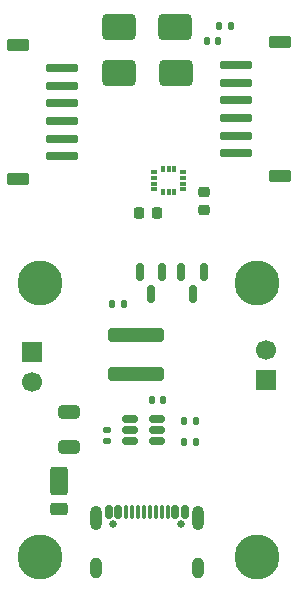
<source format=gbr>
%TF.GenerationSoftware,KiCad,Pcbnew,9.0.3*%
%TF.CreationDate,2025-09-07T15:09:46-04:00*%
%TF.ProjectId,flight-computer,666c6967-6874-42d6-936f-6d7075746572,rev?*%
%TF.SameCoordinates,Original*%
%TF.FileFunction,Soldermask,Top*%
%TF.FilePolarity,Negative*%
%FSLAX46Y46*%
G04 Gerber Fmt 4.6, Leading zero omitted, Abs format (unit mm)*
G04 Created by KiCad (PCBNEW 9.0.3) date 2025-09-07 15:09:46*
%MOMM*%
%LPD*%
G01*
G04 APERTURE LIST*
G04 Aperture macros list*
%AMRoundRect*
0 Rectangle with rounded corners*
0 $1 Rounding radius*
0 $2 $3 $4 $5 $6 $7 $8 $9 X,Y pos of 4 corners*
0 Add a 4 corners polygon primitive as box body*
4,1,4,$2,$3,$4,$5,$6,$7,$8,$9,$2,$3,0*
0 Add four circle primitives for the rounded corners*
1,1,$1+$1,$2,$3*
1,1,$1+$1,$4,$5*
1,1,$1+$1,$6,$7*
1,1,$1+$1,$8,$9*
0 Add four rect primitives between the rounded corners*
20,1,$1+$1,$2,$3,$4,$5,0*
20,1,$1+$1,$4,$5,$6,$7,0*
20,1,$1+$1,$6,$7,$8,$9,0*
20,1,$1+$1,$8,$9,$2,$3,0*%
G04 Aperture macros list end*
%ADD10C,0.650000*%
%ADD11RoundRect,0.150000X-0.150000X-0.425000X0.150000X-0.425000X0.150000X0.425000X-0.150000X0.425000X0*%
%ADD12RoundRect,0.075000X-0.075000X-0.500000X0.075000X-0.500000X0.075000X0.500000X-0.075000X0.500000X0*%
%ADD13O,1.000000X2.100000*%
%ADD14O,1.000000X1.800000*%
%ADD15RoundRect,0.175000X1.175000X-0.175000X1.175000X0.175000X-1.175000X0.175000X-1.175000X-0.175000X0*%
%ADD16RoundRect,0.250000X0.700000X-0.300000X0.700000X0.300000X-0.700000X0.300000X-0.700000X-0.300000X0*%
%ADD17RoundRect,0.175000X-1.175000X0.175000X-1.175000X-0.175000X1.175000X-0.175000X1.175000X0.175000X0*%
%ADD18RoundRect,0.250000X-0.700000X0.300000X-0.700000X-0.300000X0.700000X-0.300000X0.700000X0.300000X0*%
%ADD19C,3.800000*%
%ADD20RoundRect,0.135000X-0.135000X-0.185000X0.135000X-0.185000X0.135000X0.185000X-0.135000X0.185000X0*%
%ADD21RoundRect,0.135000X0.135000X0.185000X-0.135000X0.185000X-0.135000X-0.185000X0.135000X-0.185000X0*%
%ADD22R,1.700000X1.700000*%
%ADD23C,1.700000*%
%ADD24RoundRect,0.225000X0.225000X0.250000X-0.225000X0.250000X-0.225000X-0.250000X0.225000X-0.250000X0*%
%ADD25RoundRect,0.150000X-0.150000X0.587500X-0.150000X-0.587500X0.150000X-0.587500X0.150000X0.587500X0*%
%ADD26RoundRect,0.330000X1.070000X0.770000X-1.070000X0.770000X-1.070000X-0.770000X1.070000X-0.770000X0*%
%ADD27RoundRect,0.140000X0.140000X0.170000X-0.140000X0.170000X-0.140000X-0.170000X0.140000X-0.170000X0*%
%ADD28R,0.576580X0.351536*%
%ADD29R,0.351536X0.576580*%
%ADD30RoundRect,0.250000X0.500000X-0.275000X0.500000X0.275000X-0.500000X0.275000X-0.500000X-0.275000X0*%
%ADD31RoundRect,0.250000X0.500000X-0.950000X0.500000X0.950000X-0.500000X0.950000X-0.500000X-0.950000X0*%
%ADD32RoundRect,0.225000X-0.250000X0.225000X-0.250000X-0.225000X0.250000X-0.225000X0.250000X0.225000X0*%
%ADD33RoundRect,0.250000X0.650000X-0.325000X0.650000X0.325000X-0.650000X0.325000X-0.650000X-0.325000X0*%
%ADD34RoundRect,0.250000X2.100000X-0.340000X2.100000X0.340000X-2.100000X0.340000X-2.100000X-0.340000X0*%
%ADD35RoundRect,0.140000X0.170000X-0.140000X0.170000X0.140000X-0.170000X0.140000X-0.170000X-0.140000X0*%
%ADD36RoundRect,0.150000X-0.512500X-0.150000X0.512500X-0.150000X0.512500X0.150000X-0.512500X0.150000X0*%
%ADD37RoundRect,0.330000X-1.070000X-0.770000X1.070000X-0.770000X1.070000X0.770000X-1.070000X0.770000X0*%
G04 APERTURE END LIST*
D10*
%TO.C,J1*%
X141771895Y-123641555D03*
X147551895Y-123641555D03*
D11*
X141461895Y-122566555D03*
X142261895Y-122566555D03*
D12*
X143411895Y-122566555D03*
X144411895Y-122566555D03*
X144911895Y-122566555D03*
X145911895Y-122566555D03*
D11*
X147061895Y-122566555D03*
X147861895Y-122566555D03*
X147861895Y-122566555D03*
X147061895Y-122566555D03*
D12*
X146411895Y-122566555D03*
X145411895Y-122566555D03*
X143911895Y-122566555D03*
X142911895Y-122566555D03*
D11*
X142261895Y-122566555D03*
X141461895Y-122566555D03*
D13*
X140341895Y-123141555D03*
D14*
X140341895Y-127321555D03*
D13*
X148981895Y-123141555D03*
D14*
X148981895Y-127321555D03*
%TD*%
D15*
%TO.C,J4*%
X152231895Y-92246555D03*
X152231895Y-90746555D03*
X152231895Y-89246555D03*
X152231895Y-87746555D03*
X152231895Y-86246555D03*
X152231895Y-84746555D03*
D16*
X155931895Y-94196555D03*
X155931895Y-82796555D03*
%TD*%
D17*
%TO.C,J5*%
X137481895Y-84996555D03*
X137481895Y-86496555D03*
X137481895Y-87996555D03*
X137481895Y-89496555D03*
X137481895Y-90996555D03*
X137481895Y-92496555D03*
D18*
X133781895Y-83046555D03*
X133781895Y-94446555D03*
%TD*%
D19*
%TO.C,H2*%
X153982000Y-103200000D03*
%TD*%
D20*
%TO.C,R3*%
X147816895Y-114901555D03*
X148836895Y-114901555D03*
%TD*%
D21*
%TO.C,R1*%
X151751895Y-81496555D03*
X150731895Y-81496555D03*
%TD*%
D22*
%TO.C,J6*%
X134931895Y-109056555D03*
D23*
X134931895Y-111596555D03*
%TD*%
D24*
%TO.C,C5*%
X145525000Y-97250000D03*
X143975000Y-97250000D03*
%TD*%
D25*
%TO.C,Q2*%
X145981895Y-102246555D03*
X144081895Y-102246555D03*
X145031895Y-104121555D03*
%TD*%
D19*
%TO.C,H4*%
X153982000Y-126450000D03*
%TD*%
D26*
%TO.C,SW2*%
X147089478Y-85472109D03*
X142289478Y-85472109D03*
%TD*%
D27*
%TO.C,C3*%
X146056895Y-113151555D03*
X145096895Y-113151555D03*
%TD*%
%TO.C,C7*%
X150711895Y-82746555D03*
X149751895Y-82746555D03*
%TD*%
D19*
%TO.C,H1*%
X135582000Y-103200000D03*
%TD*%
D28*
%TO.C,U3*%
X145289701Y-93793699D03*
X145289701Y-94293700D03*
X145289701Y-94793700D03*
X145289701Y-95293701D03*
D29*
X146000002Y-95500000D03*
X146500001Y-95500000D03*
X147000000Y-95500000D03*
D28*
X147710301Y-95293701D03*
X147710301Y-94793700D03*
X147710301Y-94293700D03*
X147710301Y-93793699D03*
D29*
X147000000Y-93587400D03*
X146500001Y-93587400D03*
X146000002Y-93587400D03*
%TD*%
D30*
%TO.C,D1*%
X137231895Y-122371555D03*
D31*
X137231895Y-119996555D03*
%TD*%
D32*
%TO.C,C6*%
X149500000Y-95475000D03*
X149500000Y-97025000D03*
%TD*%
D19*
%TO.C,H3*%
X135582000Y-126450000D03*
%TD*%
D33*
%TO.C,C1*%
X138076895Y-114176555D03*
X138076895Y-117126555D03*
%TD*%
D34*
%TO.C,L1*%
X143731895Y-107591555D03*
X143731895Y-110901555D03*
%TD*%
D35*
%TO.C,C2*%
X141326895Y-115651555D03*
X141326895Y-116611555D03*
%TD*%
D22*
%TO.C,J3*%
X154731895Y-111396555D03*
D23*
X154731895Y-108856555D03*
%TD*%
D25*
%TO.C,Q1*%
X149481895Y-102246555D03*
X147581895Y-102246555D03*
X148531895Y-104121555D03*
%TD*%
D36*
%TO.C,U1*%
X145495000Y-114705000D03*
X145495000Y-115655000D03*
X145495000Y-116605000D03*
X143220000Y-116605000D03*
X143220000Y-115655000D03*
X143220000Y-114705000D03*
%TD*%
D37*
%TO.C,SW1*%
X142287780Y-81575506D03*
X147087780Y-81575506D03*
%TD*%
D27*
%TO.C,C4*%
X142711895Y-104996555D03*
X141751895Y-104996555D03*
%TD*%
D21*
%TO.C,R2*%
X148836895Y-116651555D03*
X147816895Y-116651555D03*
%TD*%
M02*

</source>
